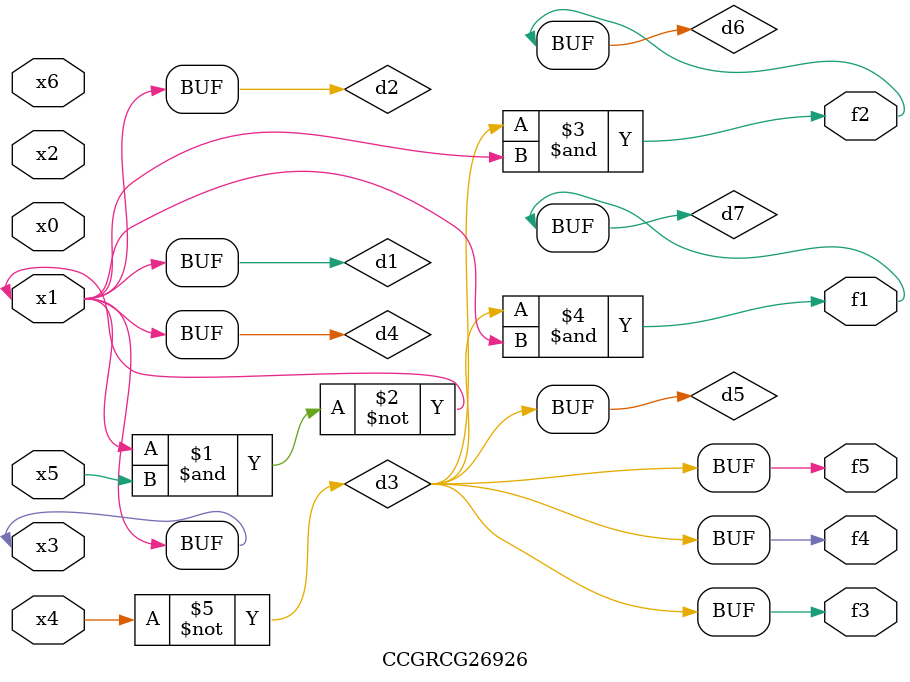
<source format=v>
module CCGRCG26926(
	input x0, x1, x2, x3, x4, x5, x6,
	output f1, f2, f3, f4, f5
);

	wire d1, d2, d3, d4, d5, d6, d7;

	buf (d1, x1, x3);
	nand (d2, x1, x5);
	not (d3, x4);
	buf (d4, d1, d2);
	buf (d5, d3);
	and (d6, d3, d4);
	and (d7, d3, d4);
	assign f1 = d7;
	assign f2 = d6;
	assign f3 = d5;
	assign f4 = d5;
	assign f5 = d5;
endmodule

</source>
